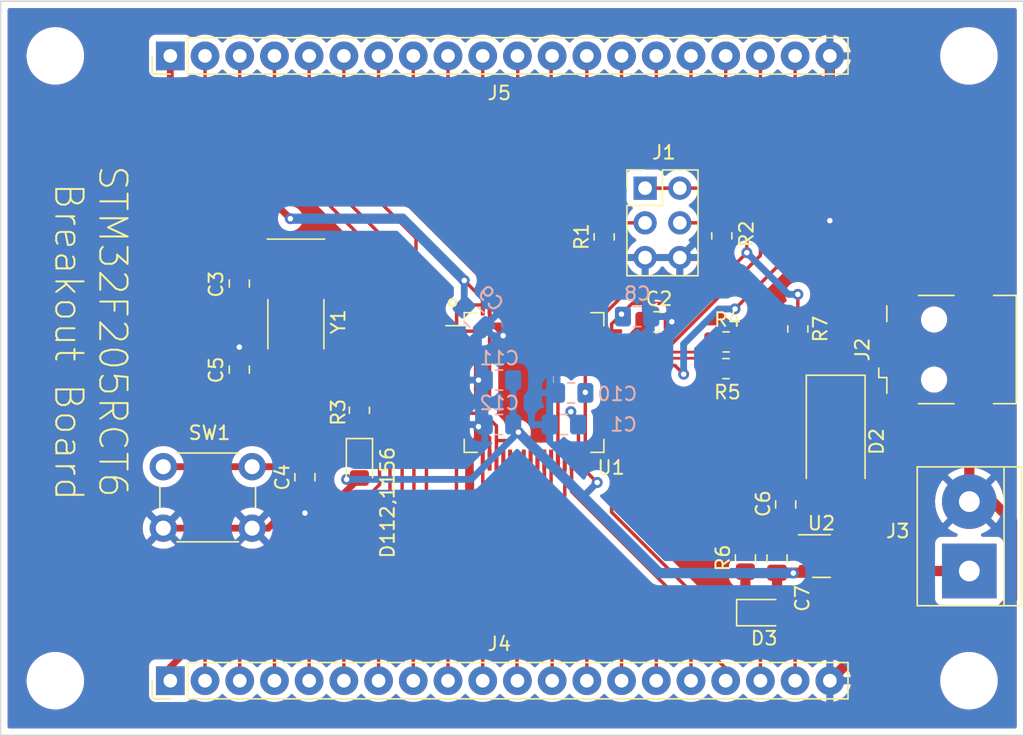
<source format=kicad_pcb>
(kicad_pcb (version 20211014) (generator pcbnew)
  (layers (0 "F.Cu" signal) (31 "B.Cu" signal) (34 "B.Paste" user) (35 "F.Paste" user) (36 "B.SilkS" user "B.Silkscreen") (37 "F.SilkS" user "F.Silkscreen") (38 "B.Mask" user) (39 "F.Mask" user) (44 "Edge.Cuts" user))
  (net 0 "")
  (net 1 "Net-(C1-Pad1)")
  (net 2 "GND")
  (net 3 "Net-(C2-Pad1)")
  (net 4 "Net-(C4-Pad2)")
  (net 5 "Net-(D1-Pad1)")
  (net 6 "+3V3")
  (net 7 "Net-(D2-Pad1)")
  (net 8 "+5V")
  (net 9 "Net-(J1-Pad3)")
  (net 10 "Net-(J1-Pad4)")
  (net 11 "Net-(J2-Pad2)")
  (net 12 "Net-(J2-Pad3)")
  (net 13 "/BOOT0")
  (net 14 "/BOOT1")
  (net 15 "Net-(D3-Pad1)")
  (net 16 "/USB_D+")
  (net 17 "/USB_D-")
  (net 18 "/PH0")
  (net 19 "/PH1")
  (net 20 "/PC13")
  (net 21 "/PC14")
  (net 22 "/PC15")
  (net 23 "/PC0")
  (net 24 "/PC1")
  (net 25 "/PC2")
  (net 26 "/PA0")
  (net 27 "/PA1")
  (net 28 "/PA2")
  (net 29 "/PA3")
  (net 30 "/PA4")
  (net 31 "/PA5")
  (net 32 "/PA6")
  (net 33 "/PA7")
  (net 34 "/PC4")
  (net 35 "/PC5")
  (net 36 "/PB0")
  (net 37 "/PB1")
  (net 38 "/PB10")
  (net 39 "/PB11")
  (net 40 "/PB12")
  (net 41 "/PB13")
  (net 42 "/PB14")
  (net 43 "/PB15")
  (net 44 "/PC6")
  (net 45 "/PC7")
  (net 46 "/PC8")
  (net 47 "/PC9")
  (net 48 "/PA8")
  (net 49 "/PA9")
  (net 50 "/PA10")
  (net 51 "/PA13")
  (net 52 "/PA14")
  (net 53 "/PA15")
  (net 54 "/PC10")
  (net 55 "/PC11")
  (net 56 "/PC12")
  (net 57 "/PD2")
  (net 58 "/PB2")
  (net 59 "/PB4")
  (net 60 "/PB5")
  (net 61 "/PB6")
  (net 62 "/PB7")
  (net 63 "/PB8")
  (net 64 "/PB9")
  (net 65 "/PC3")
  (footprint "Capacitor_SMD:C_0805_2012Metric_Pad1.18x1.45mm_HandSolder" (layer "F.Cu") (at 133.4124 115.4599 90)
    (fp_text reference "C4")
    (fp_text value "100nF" hide)
  )
  (footprint "Connector_PinHeader_2.54mm:PinHeader_1x20_P2.54mm_Vertical" (layer "F.Cu") (at 123.5622 84.6282 90)
    (fp_text reference "J5")
    (fp_text value "Header" hide)
  )
  (footprint "Crystal:Crystal_SMD_MicroCrystal_CC1V-T1A-2Pin_8.0x3.7mm_HandSoldering" (layer "F.Cu") (at 132.752 104.2617 -90)
    (fp_text reference "Y1")
    (fp_text value "8MHz" hide)
  )
  (footprint "LED_SMD:LED_0805_2012Metric_Pad1.15x1.40mm_HandSolder" (layer "F.Cu") (at 137.4002 114.4896 -90)
    (fp_text reference "D112,1156")
    (fp_text value "LED" hide)
  )
  (footprint "MountingHole:MountingHole_3.2mm_M3" (layer "F.Cu") (at 182.0026 84.6282)
    (fp_text reference "H2" hide)
    (fp_text value "MountingHole" hide)
  )
  (footprint "Connector_USB:USB_Mini-B_Wuerth_65100516121_Horizontal" (layer "F.Cu") (at 179.4536 106.1166 90)
    (fp_text reference "J2")
    (fp_text value "USB_B_Mini" hide)
  )
  (footprint "Connector_PinHeader_2.54mm:PinHeader_1x20_P2.54mm_Vertical" (layer "F.Cu") (at 123.5622 130.3482 90)
    (fp_text reference "J4")
    (fp_text value "Header" hide)
  )
  (footprint "Capacitor_SMD:C_0805_2012Metric_Pad1.18x1.45mm_HandSolder" (layer "F.Cu") (at 128.6118 107.5859 90)
    (fp_text reference "C5")
    (fp_text value "22pF" hide)
  )
  (footprint "Package_TO_SOT_SMD:SOT-23" (layer "F.Cu") (at 171.2076 121.2296)
    (fp_text reference "U2")
    (fp_text value "XC6206PxxxMR" hide)
  )
  (footprint "MountingHole:MountingHole_3.2mm_M3" (layer "F.Cu") (at 115.1498 84.6282)
    (fp_text reference "H1" hide)
    (fp_text value "MountingHole" hide)
  )
  (footprint "Diode_SMD:D_SMA-SMB_Universal_Handsoldering" (layer "F.Cu") (at 172.249 112.8476 -90)
    (fp_text reference "D2")
    (fp_text value "SS110-A" hide)
  )
  (footprint "Capacitor_SMD:C_0805_2012Metric_Pad1.18x1.45mm_HandSolder" (layer "F.Cu") (at 128.6118 101.2867 -90)
    (fp_text reference "C3")
    (fp_text value "22pF" hide)
  )
  (footprint "Package_QFP:LQFP-64_10x10mm_P0.5mm" (layer "F.Cu") (at 150.1764 108.5296)
    (fp_text reference "U1")
    (fp_text value "STM32F205RETx" hide)
  )
  (footprint "Capacitor_SMD:C_0805_2012Metric_Pad1.18x1.45mm_HandSolder" (layer "F.Cu") (at 167.9564 121.4074 90)
    (fp_text reference "C7")
    (fp_text value "1uF" hide)
  )
  (footprint "Resistor_SMD:R_0805_2012Metric_Pad1.20x1.40mm_HandSolder" (layer "F.Cu") (at 165.645 121.366 90)
    (fp_text reference "R6")
    (fp_text value "1K5" hide)
  )
  (footprint "Button_Switch_THT:SW_PUSH_6mm_H8mm" (layer "F.Cu") (at 129.5504 119.187 180)
    (fp_text reference "SW1")
    (fp_text value "Reset" hide)
  )
  (footprint "Capacitor_SMD:C_0805_2012Metric_Pad1.18x1.45mm_HandSolder" (layer "F.Cu") (at 168.5914 117.4489 -90)
    (fp_text reference "C6")
    (fp_text value "1uF" hide)
  )
  (footprint "Resistor_SMD:R_0805_2012Metric_Pad1.20x1.40mm_HandSolder" (layer "F.Cu") (at 163.9178 97.7948 -90)
    (fp_text reference "R2")
    (fp_text value "100K" hide)
  )
  (footprint "Resistor_SMD:R_0805_2012Metric_Pad1.20x1.40mm_HandSolder" (layer "F.Cu") (at 155.3072 97.871 90)
    (fp_text reference "R1")
    (fp_text value "100K" hide)
  )
  (footprint "MountingHole:MountingHole_3.2mm_M3" (layer "F.Cu") (at 115.1498 130.3482)
    (fp_text reference "H3" hide)
    (fp_text value "MountingHole" hide)
  )
  (footprint "Resistor_SMD:R_0805_2012Metric_Pad1.20x1.40mm_HandSolder" (layer "F.Cu") (at 137.4002 110.5616 90)
    (fp_text reference "R3")
    (fp_text value "1K5" hide)
  )
  (footprint "Resistor_SMD:R_0805_2012Metric_Pad1.20x1.40mm_HandSolder" (layer "F.Cu") (at 164.232 105.5578)
    (fp_text reference "R4")
    (fp_text value "22" hide)
  )
  (footprint "LED_SMD:LED_0805_2012Metric_Pad1.15x1.40mm_HandSolder" (layer "F.Cu") (at 166.8642 125.3698)
    (fp_text reference "D3")
    (fp_text value "Green" hide)
  )
  (footprint "TerminalBlock:TerminalBlock_bornier-2_P5.08mm" (layer "F.Cu") (at 182.028 122.3218 90)
    (fp_text reference "J3")
    (fp_text value "Power" hide)
  )
  (footprint "Connector_PinHeader_2.54mm:PinHeader_2x03_P2.54mm_Vertical" (layer "F.Cu") (at 158.3044 94.3056)
    (fp_text reference "J1")
    (fp_text value "Boot Configuration" hide)
  )
  (footprint "Resistor_SMD:R_0805_2012Metric_Pad1.20x1.40mm_HandSolder" (layer "F.Cu") (at 164.2226 107.5136)
    (fp_text reference "R5")
    (fp_text value "22" hide)
  )
  (footprint "Capacitor_SMD:C_0805_2012Metric_Pad1.18x1.45mm_HandSolder" (layer "F.Cu") (at 159.2149 104.0846)
    (fp_text reference "C2")
    (fp_text value "2u2F" hide)
  )
  (footprint "Resistor_SMD:R_0805_2012Metric_Pad1.20x1.40mm_HandSolder" (layer "F.Cu") (at 169.4804 104.6086 -90)
    (fp_text reference "R7")
    (fp_text value "1K5" hide)
  )
  (footprint "MountingHole:MountingHole_3.2mm_M3" (layer "F.Cu") (at 182.0026 130.3482)
    (fp_text reference "H4" hide)
    (fp_text value "MountingHole" hide)
  )
  (footprint "Capacitor_SMD:C_0805_2012Metric_Pad1.18x1.45mm_HandSolder" (layer "B.Cu") (at 152.3608 111.603 180)
    (fp_text reference "C1")
    (fp_text value "2u2F" hide)
  )
  (footprint "Capacitor_SMD:C_0805_2012Metric_Pad1.18x1.45mm_HandSolder" (layer "B.Cu") (at 145.779223 103.751423 -45)
    (fp_text reference "C9")
    (fp_text value "100nF" hide)
  )
  (footprint "Capacitor_SMD:C_0805_2012Metric_Pad1.18x1.45mm_HandSolder" (layer "B.Cu") (at 147.6149 111.603 180)
    (fp_text reference "C12")
    (fp_text value "100nF" hide)
  )
  (footprint "Capacitor_SMD:C_0805_2012Metric_Pad1.18x1.45mm_HandSolder" (layer "B.Cu") (at 152.8981 109.2916 180)
    (fp_text reference "C10")
    (fp_text value "100nF" hide)
  )
  (footprint "Capacitor_SMD:C_0805_2012Metric_Pad1.18x1.45mm_HandSolder" (layer "B.Cu") (at 157.7202 103.7036)
    (fp_text reference "C8")
    (fp_text value "100nF" hide)
  )
  (footprint "Capacitor_SMD:C_0805_2012Metric_Pad1.18x1.45mm_HandSolder" (layer "B.Cu") (at 147.6149 108.3518 180)
    (fp_text reference "C11")
    (fp_text value "100nF" hide)
  )
  (gr_circle (center 144.2074 102.6876) (end 144.3598 102.9162) (layer "F.SilkS") (width 0.15) (fill none))
  (gr_rect (start 111.1498 80.6282) (end 186.0026 134.3482) (layer "Edge.Cuts") (width 0.1) (fill none))
  (gr_text "STM32F205RCT6 \nBreakout Board" (at 117.7406 105.5578 270) (layer "F.SilkS") (effects (font (size 2 2))))
  (segment (start 153.4264 111.2208) (end 152.8688 110.6632) (width 0.25) (layer "F.Cu") (net 1))
  (segment (start 153.4264 114.2046) (end 153.4264 111.2208) (width 0.25) (layer "F.Cu") (net 1))
  (via (at 152.8688 110.6632) (size 0.8) (drill 0.4) (layers "F.Cu" "B.Cu") (net 1))
  (segment (start 152.8688 111.0735) (end 153.3983 111.603) (width 0.25) (layer "B.Cu") (net 1))
  (segment (start 152.8688 110.6632) (end 152.8688 111.0735) (width 0.25) (layer "B.Cu") (net 1))
  (segment (start 167.9525 120.366) (end 167.9564 120.3699) (width 0.25) (layer "F.Cu") (net 2))
  (segment (start 123.0504 119.187) (end 130.7228 119.187) (width 0.5) (layer "F.Cu") (net 2))
  (segment (start 130.7228 119.187) (end 133.4124 116.4974) (width 0.5) (layer "F.Cu") (net 2))
  (segment (start 176.8536 101.7166) (end 182.3536 101.7166) (width 0.75) (layer "F.Cu") (net 2))
  (segment (start 145.607 110.2796) (end 146.1124 109.7742) (width 0.25) (layer "F.Cu") (net 2))
  (segment (start 146.9264 112.5694) (end 146.1124 111.7554) (width 0.25) (layer "F.Cu") (net 2))
  (segment (start 185.1522 124.346622) (end 183.722622 125.7762) (width 0.75) (layer "F.Cu") (net 2))
  (segment (start 168.5914 118.4864) (end 168.5914 118.6009) (width 0.25) (layer "F.Cu") (net 2))
  (segment (start 182.028 117.2418) (end 183.7298 117.2418) (width 0.75) (layer "F.Cu") (net 2))
  (segment (start 176.3942 125.7762) (end 171.8222 130.3482) (width 0.75) (layer "F.Cu") (net 2))
  (segment (start 176.8536 105.3166) (end 176.8536 101.7166) (width 0.5) (layer "F.Cu") (net 2))
  (segment (start 165.645 120.366) (end 167.9525 120.366) (width 0.25) (layer "F.Cu") (net 2))
  (segment (start 146.9264 104.1112) (end 147.9158 105.1006) (width 0.25) (layer "F.Cu") (net 2))
  (segment (start 182.028 110.8422) (end 182.3536 110.5166) (width 0.25) (layer "F.Cu") (net 2))
  (segment (start 171.8222 96.6852) (end 176.8536 101.7166) (width 0.75) (layer "F.Cu") (net 2))
  (segment (start 168.5914 119.7349) (end 167.9564 120.3699) (width 0.75) (layer "F.Cu") (net 2))
  (segment (start 168.5914 118.6009) (end 168.5914 120.2796) (width 0.75) (layer "F.Cu") (net 2))
  (segment (start 174.5604 112.8476) (end 167.7532 112.8476) (width 0.75) (layer "F.Cu") (net 2))
  (segment (start 183.722622 125.7762) (end 176.3942 125.7762) (width 0.75) (layer "F.Cu") (net 2))
  (segment (start 167.7532 112.8476) (end 166.3816 114.2192) (width 0.75) (layer "F.Cu") (net 2))
  (segment (start 133.4124 116.4974) (end 133.4124 118.08) (width 0.25) (layer "F.Cu") (net 2))
  (segment (start 146.9264 114.2046) (end 146.9264 112.5694) (width 0.25) (layer "F.Cu") (net 2))
  (segment (start 176.8464 110.5616) (end 174.5604 112.8476) (width 0.75) (layer "F.Cu") (net 2))
  (segment (start 166.3816 114.2192) (end 166.3816 120.3406) (width 0.75) (layer "F.Cu") (net 2))
  (segment (start 144.5014 110.2796) (end 145.607 110.2796) (width 0.25) (layer "F.Cu") (net 2))
  (segment (start 168.5914 118.4864) (end 168.5914 119.7349) (width 0.75) (layer "F.Cu") (net 2))
  (segment (start 183.7298 117.2418) (end 185.1522 118.6642) (width 0.75) (layer "F.Cu") (net 2))
  (segment (start 158.3044 99.3856) (end 160.8444 99.3856) (width 0.25) (layer "F.Cu") (net 2))
  (segment (start 182.028 117.2418) (end 182.028 110.8422) (width 0.75) (layer "F.Cu") (net 2))
  (segment (start 128.6118 105.9388) (end 128.6118 106.5484) (width 0.25) (layer "F.Cu") (net 2))
  (segment (start 182.3536 101.7166) (end 182.3536 110.5166) (width 0.75) (layer "F.Cu") (net 2))
  (segment (start 176.8536 110.5166) (end 176.8464 110.5238) (width 0.25) (layer "F.Cu") (net 2))
  (segment (start 176.8536 110.5166) (end 182.3536 110.5166) (width 0.75) (layer "F.Cu") (net 2))
  (segment (start 128.6118 102.3242) (end 128.6118 102.3574) (width 0.25) (layer "F.Cu") (net 2))
  (segment (start 176.8464 110.5238) (end 176.8464 110.5616) (width 0.25) (layer "F.Cu") (net 2))
  (segment (start 171.8222 84.6282) (end 171.8222 96.6852) (width 0.75) (layer "F.Cu") (net 2))
  (segment (start 168.5914 120.2796) (end 170.2701 120.2796) (width 0.75) (layer "F.Cu") (net 2))
  (segment (start 166.4109 120.3699) (end 167.9564 120.3699) (width 0.75) (layer "F.Cu") (net 2))
  (segment (start 146.9264 102.8546) (end 146.9264 104.1112) (width 0.25) (layer "F.Cu") (net 2))
  (segment (start 146.1124 109.7742) (end 146.1124 108.3518) (width 0.25) (layer "F.Cu") (net 2))
  (segment (start 166.3816 120.3406) (end 166.4109 120.3699) (width 0.25) (layer "F.Cu") (net 2))
  (segment (start 128.6118 102.3574) (end 128.6118 106.5484) (width 0.5) (layer "F.Cu") (net 2))
  (segment (start 185.1522 118.6642) (end 185.1522 124.346622) (width 0.75) (layer "F.Cu") (net 2))
  (via (at 146.1124 111.7554) (size 0.8) (drill 0.4) (layers "F.Cu" "B.Cu") (net 2))
  (via (at 146.1124 108.3518) (size 0.8) (drill 0.4) (layers "F.Cu" "B.Cu") (net 2))
  (via (at 147.9158 105.1006) (size 0.8) (drill 0.4) (layers "F.Cu" "B.Cu") (net 2))
  (via (at 160.2602 104.0846) (size 0.8) (drill 0.4) (layers "F.Cu" "B.Cu") (net 2))
  (via (at 133.4124 118.08) (size 0.8) (drill 0.4) (layers "F.Cu" "B.Cu") (net 2))
  (via (at 171.8222 96.6852) (size 0.8) (drill 0.4) (layers "F.Cu" "B.Cu") (net 2))
  (via (at 128.6118 105.9388) (size 0.8) (drill 0.4) (layers "F.Cu" "B.Cu") (net 2))
  (segment (start 133.4124 105.9642) (end 133.4378 105.9388) (width 0.25) (layer "B.Cu") (net 2))
  (segment (start 146.087 106.7008) (end 156.501 106.7008) (width 0.5) (layer "B.Cu") (net 2))
  (segment (start 146.1124 104.885492) (end 146.512846 104.485046) (width 0.25) (layer "B.Cu") (net 2))
  (segment (start 158.7577 104.4441) (end 158.7577 103.7036) (width 0.5) (layer "B.Cu") (net 2))
  (segment (start 133.4124 118.08) (end 133.4124 105.9642) (width 0.5) (layer "B.Cu") (net 2))
  (segment (start 147.1284 105.1006) (end 146.512846 104.485046) (width 0.5) (layer "B.Cu") (net 2))
  (segment (start 147.9158 105.1006) (end 147.1284 105.1006) (width 0.5) (layer "B.Cu") (net 2))
  (segment (start 128.6118 105.9388) (end 133.4378 105.9388) (width 0.5) (layer "B.Cu") (net 2))
  (segment (start 151.3233 106.7008) (end 151.3233 111.603) (width 0.5) (layer "B.Cu") (net 2))
  (segment (start 146.1124 111.7554) (end 146.425 111.7554) (width 0.25) (layer "B.Cu") (net 2))
  (segment (start 146.1124 106.8278) (end 146.1124 104.885492) (width 0.5) (layer "B.Cu") (net 2))
  (segment (start 133.4378 105.9388) (end 146.1124 105.9388) (width 0.5) (layer "B.Cu") (net 2))
  (segment (start 158.3044 99.3856) (end 158.3044 103.2503) (width 0.5) (layer "B.Cu") (net 2))
  (segment (start 158.3044 103.2503) (end 158.7577 103.7036) (width 0.25) (layer "B.Cu") (net 2))
  (segment (start 160.8444 99.3856) (end 163.5622 96.6678) (width 0.5) (layer "B.Cu") (net 2))
  (segment (start 159.8792 103.7036) (end 160.2602 104.0846) (width 0.5) (layer "B.Cu") (net 2))
  (segment (start 158.7577 103.7036) (end 159.8792 103.7036) (width 0.5) (layer "B.Cu") (net 2))
  (segment (start 146.425 111.7554) (end 146.5774 111.603) (width 0.25) (layer "B.Cu") (net 2))
  (segment (start 146.1124 108.3518) (end 146.5774 108.3518) (width 0.25) (layer "B.Cu") (net 2))
  (segment (start 146.1124 108.3518) (end 146.1124 111.7554) (width 0.5) (layer "B.Cu") (net 2))
  (segment (start 146.1124 108.3518) (end 146.1124 106.8278) (width 0.5) (layer "B.Cu") (net 2))
  (segment (start 146.1124 105.9388) (end 146.1124 108.3518) (width 0.25) (layer "B.Cu") (net 2))
  (segment (start 156.501 106.7008) (end 158.7577 104.4441) (width 0.5) (layer "B.Cu") (net 2))
  (segment (start 163.5622 96.6678) (end 171.7918 96.6678) (width 0.5) (layer "B.Cu") (net 2))
  (segment (start 155.8514 105.2796) (end 156.9824 105.2796) (width 0.25) (layer "F.Cu") (net 3))
  (segment (start 156.9824 105.2796) (end 158.1774 104.0846) (width 0.25) (layer "F.Cu") (net 3))
  (segment (start 133.4632 114.4732) (end 133.2494 114.687) (width 0.5) (layer "F.Cu") (net 4))
  (segment (start 133.4632 114.4732) (end 135.8762 112.0602) (width 0.25) (layer "F.Cu") (net 4))
  (segment (start 137.0834 107.7796) (end 144.5014 107.7796) (width 0.25) (layer "F.Cu") (net 4))
  (segment (start 135.8762 112.0602) (end 135.8762 108.9868) (width 0.25) (layer "F.Cu") (net 4))
  (segment (start 135.8762 108.9868) (end 137.0834 107.7796) (width 0.25) (layer "F.Cu") (net 4))
  (segment (start 133.2494 114.687) (end 129.5504 114.687) (width 0.5) (layer "F.Cu") (net 4))
  (segment (start 123.0504 114.687) (end 129.5504 114.687) (width 0.5) (layer "F.Cu") (net 4))
  (segment (start 137.4002 111.5616) (end 137.4002 113.4646) (width 0.25) (layer "F.Cu") (net 5))
  (segment (start 153.9264 109.25) (end 153.9264 114.2046) (width 0.25) (layer "F.Cu") (net 6))
  (segment (start 167.9564 122.4449) (end 167.9564 125.3026) (width 0.75) (layer "F.Cu") (net 6))
  (segment (start 146.9252 110.3584) (end 146.9252 105.0244) (width 0.25) (layer "F.Cu") (net 6))
  (segment (start 165.7466 95.7026) (end 164.3496 94.3056) (width 0.25) (layer "F.Cu") (net 6))
  (segment (start 169.4804 103.6086) (end 169.4804 102.078) (width 0.25) (layer "F.Cu") (net 6))
  (segment (start 157.3646 102.7384) (end 162.0382 102.7384) (width 0.25) (layer "F.Cu") (net 6))
  (segment (start 146.4264 102.8546) (end 146.4264 102.4174) (width 0.25) (layer "F.Cu") (net 6))
  (segment (start 155.8514 104.2516) (end 156.5772 103.5258) (width 0.25) (layer "F.Cu") (net 6))
  (segment (start 146.9252 105.0244) (end 146.6712 104.7704) (width 0.25) (layer "F.Cu") (net 6))
  (segment (start 123.5622 130.3482) (end 123.5622 129.3526) (width 0.5) (layer "F.Cu") (net 6))
  (segment (start 123.5622 84.6282) (end 123.5622 87.7574) (width 0.5) (layer "F.Cu") (net 6))
  (segment (start 156.5772 103.5258) (end 157.3646 102.7384) (width 0.25) (layer "F.Cu") (net 6))
  (segment (start 147.4264 111.702) (end 146.504 110.7796) (width 0.25) (layer "F.Cu") (net 6))
  (segment (start 153.9264 114.972) (end 154.7992 115.8448) (width 0.25) (layer "F.Cu") (net 6))
  (segment (start 153.9264 105.550697) (end 153.9264 109.25) (width 0.25) (layer "F.Cu") (net 6))
  (segment (start 155.8514 104.7796) (end 155.8514 104.2516) (width 0.25) (layer "F.Cu") (net 6))
  (segment (start 153.9264 114.2046) (end 153.9264 114.972) (width 0.25) (layer "F.Cu") (net 6))
  (segment (start 145.0564 102.8546) (end 146.4264 102.8546) (width 0.25) (layer "F.Cu") (net 6))
  (segment (start 164.3496 94.3056) (end 158.3044 94.3056) (width 0.25) (layer "F.Cu") (net 6))
  (segment (start 144.5122 104.7688) (end 144.5122 103.3988) (width 0.25) (layer "F.Cu") (net 6))
  (segment (start 144.5014 104.7796) (end 144.5122 104.7688) (width 0.25) (layer "F.Cu") (net 6))
  (segment (start 144.5106 104.7704) (end 144.5014 104.7796) (width 0.25) (layer "F.Cu") (net 6))
  (segment (start 170.0048 122.4449) (end 170.2701 122.1796) (width 0.25) (layer "F.Cu") (net 6))
  (segment (start 144.5014 110.7796) (end 146.504 110.7796) (width 0.25) (layer "F.Cu") (net 6))
  (segment (start 147.4264 114.2046) (end 147.4264 112.7782) (width 0.25) (layer "F.Cu") (net 6))
  (segment (start 123.5622 129.3526) (end 137.4002 115.5146) (width 0.5) (layer "F.Cu") (net 6))
  (segment (start 146.6712 104.7704) (end 144.5106 104.7704) (width 0.25) (layer "F.Cu") (net 6))
  (segment (start 167.9564 122.4449) (end 170.0048 122.4449) (width 0.75) (layer "F.Cu") (net 6))
  (segment (start 165.7466 99.03) (end 165.7466 95.7026) (width 0.25) (layer "F.Cu") (net 6))
  (segment (start 146.504 110.7796) (end 146.9252 110.3584) (width 0.25) (layer "F.Cu") (net 6))
  (segment (start 158.3044 94.3056) (end 160.8444 94.3056) (width 0.25) (layer "F.Cu") (net 6))
  (segment (start 154.697497 104.7796) (end 153.9264 105.550697) (width 0.25) (layer "F.Cu") (net 6))
  (segment (start 123.5622 87.7574) (end 132.3456 96.5408) (width 0.5) (layer "F.Cu") (net 6))
  (segment (start 144.5122 103.3988) (end 145.0564 102.8546) (width 0.25) (layer "F.Cu") (net 6))
  (segment (start 147.4264 112.7782) (end 148.417 112.7782) (width 0.25) (layer "F.Cu") (net 6))
  (segment (start 167.9564 125.3026) (end 167.8892 125.3698) (width 0.25) (layer "F.Cu") (net 6))
  (segment (start 146.4264 102.4174) (end 145.071 101.062) (width 0.25) (layer "F.Cu") (net 6))
  (segment (start 148.417 112.7782) (end 149.0334 112.1618) (width 0.25) (layer "F.Cu") (net 6))
  (segment (start 162.0382 102.7384) (end 165.7466 99.03) (width 0.25) (layer "F.Cu") (net 6))
  (segment (start 155.8514 104.7796) (end 154.697497 104.7796) (width 0.25) (layer "F.Cu") (net 6))
  (segment (start 147.4264 112.7782) (end 147.4264 111.702) (width 0.25) (layer "F.Cu") (net 6))
  (via (at 169.4804 102.078) (size 0.8) (drill 0.4) (layers "F.Cu" "B.Cu") (net 6))
  (via (at 132.3456 96.5408) (size 0.8) (drill 0.4) (layers "F.Cu" "B.Cu") (net 6))
  (via (at 154.7992 115.8448) (size 0.8) (drill 0.4) (layers "F.Cu" "B.Cu") (net 6))
  (via (at 156.5772 103.5258) (size 0.8) (drill 0.4) (layers "F.Cu" "B.Cu") (net 6))
  (via (at 136.4604 115.6162) (size 0.8) (drill 0.4) (layers "F.Cu" "B.Cu") (net 6))
  (via (at 153.9264 109.25) (size 0.8) (drill 0.4) (layers "F.Cu" "B.Cu") (net 6))
  (via (at 149.0334 112.1618) (size 0.8) (drill 0.4) (layers "F.Cu" "B.Cu") (net 6))
  (via (at 169.1502 122.4742) (size 0.8) (drill 0.4) (layers "F.Cu" "B.Cu") (net 6))
  (via (at 145.071 101.062) (size 0.8) (drill 0.4) (layers "F.Cu" "B.Cu") (net 6))
  (via (at 165.7466 99.03) (size 0.8) (drill 0.4) (layers "F.Cu" "B.Cu") (net 6))
  (segment (start 153.7197 116.8481) (end 159.3458 122.4742) (width 0.75) (layer "B.Cu") (net 6))
  (segment (start 168.7946 102.078) (end 169.4804 102.078) (width 0.5) (layer "B.Cu") (net 6))
  (segment (start 148.6524 108.3518) (end 148.6524 111.603) (width 0.5) (layer "B.Cu") (net 6))
  (segment (start 154.7992 115.8448) (end 153.7959 116.8481) (width 0.5) (layer "B.Cu") (net 6))
  (segment (start 145.071 101.062) (end 145.071 102.9924) (width 0.5) (layer "B.Cu") (net 6))
  (segment (start 153.7959 116.8481) (end 153.7197 116.8481) (width 0.25) (layer "B.Cu") (net 6))
  (segment (start 149.0334 111.984) (end 148.6524 111.603) (width 0.25) (layer "B.Cu") (net 6))
  (segment (start 132.3456 96.5408) (end 140.5498 96.5408) (width 0.75) (layer "B.Cu") (net 6))
  (segment (start 145.579 115.6162) (end 136.4604 115.6162) (width 0.5) (layer "B.Cu") (net 6))
  (segment (start 149.0334 112.1618) (end 145.579 115.6162) (width 0.5) (layer "B.Cu") (net 6))
  (segment (start 159.3458 122.4742) (end 169.1502 122.4742) (width 0.75) (layer "B.Cu") (net 6))
  (segment (start 165.7466 99.03) (end 168.7946 102.078) (width 0.5) (layer "B.Cu") (net 6))
  (segment (start 149.0334 112.1618) (end 153.7197 116.8481) (width 0.75) (layer "B.Cu") (net 6))
  (segment (start 149.0334 112.1618) (end 149.0334 111.984) (width 0.25) (layer "B.Cu") (net 6))
  (segment (start 140.5498 96.5408) (end 145.071 101.062) (width 0.75) (layer "B.Cu") (net 6))
  (segment (start 145.071 102.9924) (end 145.0456 103.0178) (width 0.25) (layer "B.Cu") (net 6))
  (segment (start 174.48 107.7166) (end 176.8536 107.7166) (width 0.5) (layer "F.Cu") (net 7))
  (segment (start 172.249 109.9476) (end 174.48 107.7166) (width 0.75) (layer "F.Cu") (net 7))
  (segment (start 172.249 115.7476) (end 172.249 121.1257) (width 0.75) (layer "F.Cu") (net 8))
  (segment (start 171.381 115.7476) (end 172.249 115.7476) (width 0.75) (layer "F.Cu") (net 8))
  (segment (start 170.6996 116.429) (end 171.381 115.7476) (width 0.75) (layer "F.Cu") (net 8))
  (segment (start 168.609 116.429) (end 170.6996 116.429) (width 0.75) (layer "F.Cu") (net 8))
  (segment (start 172.1451 121.2296) (end 176.6178 121.2296) (width 0.75) (layer "F.Cu") (net 8))
  (segment (start 172.249 121.1257) (end 172.1451 121.2296) (width 0.25) (layer "F.Cu") (net 8))
  (segment (start 176.6178 121.2296) (end 177.71 122.3218) (width 0.75) (layer "F.Cu") (net 8))
  (segment (start 168.5914 116.4114) (end 168.609 116.429) (width 0.25) (layer "F.Cu") (net 8))
  (segment (start 177.71 122.3218) (end 182.028 122.3218) (width 0.75) (layer "F.Cu") (net 8))
  (segment (start 155.3072 96.871) (end 155.3326 96.8456) (width 0.25) (layer "F.Cu") (net 9))
  (segment (start 155.3326 96.8456) (end 158.3044 96.8456) (width 0.25) (layer "F.Cu") (net 9))
  (segment (start 163.867 96.8456) (end 163.9178 96.7948) (width 0.25) (layer "F.Cu") (net 10))
  (segment (start 160.8444 96.8456) (end 163.867 96.8456) (width 0.25) (layer "F.Cu") (net 10))
  (segment (start 165.8196 106.9166) (end 165.2226 107.5136) (width 0.25) (layer "F.Cu") (net 11))
  (segment (start 176.8536 106.9166) (end 165.8196 106.9166) (width 0.4) (layer "F.Cu") (net 11))
  (segment (start 176.8536 106.1166) (end 165.7908 106.1166) (width 0.4) (layer "F.Cu") (net 12))
  (segment (start 165.7908 106.1166) (end 165.232 105.5578) (width 0.25) (layer "F.Cu") (net 12))
  (segment (start 148.4492 104.3386) (end 149.008 104.8974) (width 0.25) (layer "F.Cu") (net 13))
  (segment (start 155.3072 102.8908) (end 155.3072 98.871) (width 0.25) (layer "F.Cu") (net 13))
  (segment (start 148.4264 102.8546) (end 148.4492 102.8774) (width 0.25) (layer "F.Cu") (net 13))
  (segment (start 149.008 104.8974) (end 153.3006 104.8974) (width 0.25) (layer "F.Cu") (net 13))
  (segment (start 153.3006 104.8974) (end 155.3072 102.8908) (width 0.25) (layer "F.Cu") (net 13))
  (segment (start 148.4492 102.8774) (end 148.4492 104.3386) (width 0.25) (layer "F.Cu") (net 13))
  (segment (start 151.9264 106.907318) (end 156.806518 102.0272) (width 0.25) (layer "F.Cu") (net 14))
  (segment (start 163.9178 99.9952) (end 163.9178 98.7948) (width 0.25) (layer "F.Cu") (net 14))
  (segment (start 151.9264 114.2046) (end 151.9264 106.907318) (width 0.25) (layer "F.Cu") (net 14))
  (segment (start 161.8858 102.0272) (end 163.9178 99.9952) (width 0.25) (layer "F.Cu") (net 14))
  (segment (start 156.806518 102.0272) (end 161.8858 102.0272) (width 0.25) (layer "F.Cu") (net 14))
  (segment (start 165.645 122.366) (end 165.645 125.1756) (width 0.75) (layer "F.Cu") (net 15))
  (segment (start 165.645 125.1756) (end 165.8392 125.3698) (width 0.25) (layer "F.Cu") (net 15))
  (segment (start 155.876399 106.304599) (end 162.4852 106.3046) (width 0.2) (layer "F.Cu") (net 16))
  (segment (start 162.4852 106.3046) (end 163.232 105.5578) (width 0.2) (layer "F.Cu") (net 16))
  (segment (start 155.8514 106.2796) (end 155.876399 106.304599) (width 0.2) (layer "F.Cu") (net 16))
  (segment (start 162.4636 106.7546) (end 163.2226 107.5136) (width 0.2) (layer "F.Cu") (net 17))
  (segment (start 155.876399 106.754601) (end 162.4636 106.7546) (width 0.2) (layer "F.Cu") (net 17))
  (segment (start 155.8514 106.7796) (end 155.876399 106.754601) (width 0.2) (layer "F.Cu") (net 17))
  (segment (start 144.5014 106.7796) (end 139.2824 106.7796) (width 0.25) (layer "F.Cu") (net 18))
  (segment (start 139.2824 106.7796) (end 132.752 100.2492) (width 0.25) (layer "F.Cu") (net 18))
  (segment (start 128.6118 100.2492) (end 132.752 100.2492) (width 0.25) (layer "F.Cu") (net 18))
  (segment (start 144.5014 107.2796) (end 133.7466 107.2796) (width 0.25) (layer "F.Cu") (net 19))
  (segment (start 128.961 108.2742) (end 132.752 108.2742) (width 0.25) (layer "F.Cu") (net 19))
  (segment (start 133.7466 107.2796) (end 132.752 108.2742) (width 0.25) (layer "F.Cu") (net 19))
  (segment (start 128.6118 108.6234) (end 128.961 108.2742) (width 0.25) (layer "F.Cu") (net 19))
  (segment (start 144.5014 105.2796) (end 142.964 105.2796) (width 0.25) (layer "F.Cu") (net 20))
  (segment (start 141.5404 103.856) (end 141.5404 97.9632) (width 0.25) (layer "F.Cu") (net 20))
  (segment (start 142.964 105.2796) (end 141.5404 103.856) (width 0.25) (layer "F.Cu") (net 20))
  (segment (start 141.5404 97.9632) (end 131.1822 87.605) (width 0.25) (layer "F.Cu") (net 20))
  (segment (start 131.1822 87.605) (end 131.1822 84.6282) (width 0.25) (layer "F.Cu") (net 20))
  (segment (start 139.864 98.6236) (end 139.864 102.9924) (width 0.25) (layer "F.Cu") (net 21))
  (segment (start 142.6512 105.7796) (end 144.5014 105.7796) (width 0.25) (layer "F.Cu") (net 21))
  (segment (start 128.6422 84.6282) (end 128.6422 87.4018) (width 0.25) (layer "F.Cu") (net 21))
  (segment (start 128.6422 87.4018) (end 139.864 98.6236) (width 0.25) (layer "F.Cu") (net 21))
  (segment (start 139.864 102.9924) (end 142.6512 105.7796) (width 0.25) (layer "F.Cu") (net 21))
  (segment (start 144.5014 106.2796) (end 142.3384 106.2796) (width 0.25) (layer "F.Cu") (net 22))
  (segment (start 126.1022 86.462) (end 126.1022 84.6282) (width 0.25) (layer "F.Cu") (net 22))
  (segment (start 142.3384 106.2796) (end 138.721 102.6622) (width 0.25) (layer "F.Cu") (net 22))
  (segment (start 138.721 102.6622) (end 138.721 99.0808) (width 0.25) (layer "F.Cu") (net 22))
  (segment (start 138.721 99.0808) (end 126.1022 86.462) (width 0.25) (layer "F.Cu") (net 22))
  (segment (start 144.5014 108.2796) (end 138.6822 108.2796) (width 0.25) (layer "F.Cu") (net 23))
  (segment (start 138.6822 108.2796) (end 137.4002 109.5616) (width 0.25) (layer "F.Cu") (net 23))
  (segment (start 139.5124 108.7796) (end 138.8734 109.4186) (width 0.25) (layer "F.Cu") (net 24))
  (segment (start 144.5014 108.7796) (end 139.5124 108.7796) (width 0.25) (layer "F.Cu") (net 24))
  (segment (start 138.8734 115.9972) (end 126.1022 128.7684) (width 0.25) (layer "F.Cu") (net 24))
  (segment (start 126.1022 128.7684) (end 126.1022 130.3482) (width 0.25) (layer "F.Cu") (net 24))
  (segment (start 138.8734 109.4186) (end 138.8734 115.9972) (width 0.25) (layer "F.Cu") (net 24))
  (segment (start 140.892 109.2796) (end 139.6354 110.5362) (width 0.25) (layer "F.Cu") (net 25))
  (segment (start 139.6354 117.1402) (end 128.6422 128.1334) (width 0.25) (layer "F.Cu") (net 25))
  (segment (start 139.6354 110.5362) (end 139.6354 117.1402) (width 0.25) (layer "F.Cu") (net 25))
  (segment (start 128.6422 128.1334) (end 128.6422 130.3482) (width 0.25) (layer "F.Cu") (net 25))
  (segment (start 144.5014 109.2796) (end 140.892 109.2796) (width 0.25) (layer "F.Cu") (net 25))
  (segment (start 141.388 112.2126) (end 141.388 119.731) (width 0.25) (layer "F.Cu") (net 26))
  (segment (start 133.7222 127.3968) (end 133.7222 130.3482) (width 0.25) (layer "F.Cu") (net 26))
  (segment (start 141.388 119.731) (end 133.7222 127.3968) (width 0.25) (layer "F.Cu") (net 26))
  (segment (start 142.321 111.2796) (end 141.388 112.2126) (width 0.25) (layer "F.Cu") (net 26))
  (segment (start 144.5014 111.2796) (end 142.321 111.2796) (width 0.25) (layer "F.Cu") (net 26))
  (segment (start 143.661394 111.7796) (end 143.660194 111.7808) (width 0.25) (layer "F.Cu") (net 27))
  (segment (start 142.3024 112.6698) (end 142.3024 121.1788) (width 0.25) (layer "F.Cu") (net 27))
  (segment (start 143.1914 111.7808) (end 142.3024 112.6698) (width 0.25) (layer "F.Cu") (net 27))
  (segment (start 144.5014 111.7796) (end 143.661394 111.7796) (width 0.25) (layer "F.Cu") (net 27))
  (segment (start 142.3024 121.1788) (end 136.2622 127.219) (width 0.25) (layer "F.Cu") (net 27))
  (segment (start 136.2622 127.219) (end 136.2622 130.3482) (width 0.25) (layer "F.Cu") (net 27))
  (segment (start 143.660194 111.7808) (end 143.1914 111.7808) (width 0.25) (layer "F.Cu") (net 27))
  (segment (start 144.5014 121.342) (end 138.8022 127.0412) (width 0.25) (layer "F.Cu") (net 28))
  (segment (start 144.5014 112.2796) (end 144.5014 121.342) (width 0.25) (layer "F.Cu") (net 28))
  (segment (start 138.8022 127.0412) (end 138.8022 130.3482) (width 0.25) (layer "F.Cu") (net 28))
  (segment (start 146.4264 114.2046) (end 146.4264 122.1602) (width 0.25) (layer "F.Cu") (net 29))
  (segment (start 146.4264 122.1602) (end 141.3422 127.2444) (width 0.25) (layer "F.Cu") (net 29))
  (segment (start 141.3422 127.2444) (end 141.3422 130.3482) (width 0.25) (layer "F.Cu") (net 29))
  (segment (start 147.9264 114.2046) (end 147.9264 123.2256) (width 0.25) (layer "F.Cu") (net 30))
  (segment (start 143.8822 127.2698) (end 143.8822 130.3482) (width 0.25) (layer "F.Cu") (net 30))
  (segment (start 147.9264 123.2256) (end 143.8822 127.2698) (width 0.25) (layer "F.Cu") (net 30))
  (segment (start 148.4264 124.8084) (end 146.4222 126.8126) (width 0.25) (layer "F.Cu") (net 31))
  (segment (start 146.4222 126.8126) (end 146.4222 130.3482) (width 0.25) (layer "F.Cu") (net 31))
  (segment (start 148.4264 114.2046) (end 148.4264 124.8084) (width 0.25) (layer "F.Cu") (net 31))
  (segment (start 148.9264 130.3124) (end 148.9622 130.3482) (width 0.25) (layer "F.Cu") (net 32))
  (segment (start 148.9264 114.2046) (end 148.9264 130.3124) (width 0.25) (layer "F.Cu") (net 32))
  (segment (start 149.4264 114.2046) (end 149.4264 124.8484) (width 0.25) (layer "F.Cu") (net 33))
  (segment (start 151.5022 126.9242) (end 151.5022 130.3482) (width 0.25) (layer "F.Cu") (net 33))
  (segment (start 149.4264 124.8484) (end 151.5022 126.9242) (width 0.25) (layer "F.Cu") (net 33))
  (segment (start 149.9264 123.3164) (end 154.0422 127.4322) (width 0.25) (layer "F.Cu") (net 34))
  (segment (start 149.9264 114.2046) (end 149.9264 123.3164) (width 0.25) (layer "F.Cu") (net 34))
  (segment (start 154.0422 127.4322) (end 154.0422 130.3482) (width 0.25) (layer "F.Cu") (net 34))
  (segment (start 156.5822 127.6354) (end 156.5822 130.3482) (width 0.25) (layer "F.Cu") (net 35))
  (segment (start 150.4264 114.2046) (end 150.4264 121.4796) (width 0.25) (layer "F.Cu") (net 35))
  (segment (start 150.4264 121.4796) (end 156.5822 127.6354) (width 0.25) (layer "F.Cu") (net 35))
  (segment (start 150.9264 115.044606) (end 150.9384 115.056606) (width 0.25) (layer "F.Cu") (net 36))
  (segment (start 150.9384 120.0358) (end 159.1222 128.2196) (width 0.25) (layer "F.Cu") (net 36))
  (segment (start 159.1222 128.2196) (end 159.1222 130.3482) (width 0.25) (layer "F.Cu") (net 36))
  (segment (start 150.9264 114.2046) (end 150.9264 115.044606) (width 0.25) (layer "F.Cu") (net 36))
  (segment (start 150.9384 115.056606) (end 150.9384 120.0358) (width 0.25) (layer "F.Cu") (net 36))
  (segment (start 151.4264 118.4918) (end 161.6622 128.7276) (width 0.25) (layer "F.Cu") (net 37))
  (segment (start 151.4264 114.2046) (end 151.4264 118.4918) (width 0.25) (layer "F.Cu") (net 37))
  (segment (start 161.6622 128.7276) (end 161.6622 130.3482) (width 0.25) (layer "F.Cu") (net 37))
  (segment (start 164.2022 129.4388) (end 164.2022 130.3482) (width 0.25) (layer "F.Cu") (net 38))
  (segment (start 152.4264 114.2046) (end 152.4264 117.663) (width 0.25) (layer "F.Cu") (net 38))
  (segment (start 152.4264 117.663) (end 164.2022 129.4388) (width 0.25) (layer "F.Cu") (net 38))
  (segment (start 164.08792 127.67352) (end 166.01832 127.67352) (width 0.25) (layer "F.Cu") (net 39))
  (segment (start 166.7422 128.3974) (end 166.7422 130.3482) (width 0.25) (layer "F.Cu") (net 39))
  (segment (start 166.01832 127.67352) (end 166.7422 128.3974) (width 0.25) (layer "F.Cu") (net 39))
  (segment (start 152.9264 114.2046) (end 152.9264 116.512) (width 0.25) (layer "F.Cu") (net 39))
  (segment (start 152.9264 116.512) (end 164.08792 127.67352) (width 0.25) (layer "F.Cu") (net 39))
  (segment (start 167.8294 126.8938) (end 169.2822 128.3466) (width 0.25) (layer "F.Cu") (net 40))
  (segment (start 155.8514 118.0146) (end 164.7306 126.8938) (width 0.25) (layer "F.Cu") (net 40))
  (segment (start 164.7306 126.8938) (end 167.8294 126.8938) (width 0.25) (layer "F.Cu") (net 40))
  (segment (start 169.2822 128.3466) (end 169.2822 130.3482) (width 0.25) (layer "F.Cu") (net 40))
  (segment (start 155.8514 112.2796) (end 155.8514 118.0146) (width 0.25) (layer "F.Cu") (net 40))
  (segment (start 155.8514 107.2796) (end 160.4834 107.2796) (width 0.25) (layer "F.Cu") (net 50))
  (segment (start 169.2822 84.6282) (end 169.2822 98.7456) (width 0.25) (layer "F.Cu") (net 50))
  (segment (start 169.2822 98.7456) (end 164.883 103.1448) (width 0.25) (layer "F.Cu") (net 50))
  (segment (start 160.4834 107.2796) (end 161.1238 107.92) (width 0.25) (layer "F.Cu") (net 50))
  (via (at 164.883 103.1448) (size 0.8) (drill 0.4) (layers "F.Cu" "B.Cu") (net 50))
  (via (at 161.1238 107.92) (size 0.8) (drill 0.4) (layers "F.Cu" "B.Cu") (net 50))
  (segment (start 161.1238 105.7102) (end 163.6892 103.1448) (width 0.5) (layer "B.Cu") (net 50))
  (segment (start 163.6892 103.1448) (end 164.883 103.1448) (width 0.5) (layer "B.Cu") (net 50))
  (segment (start 161.1238 107.92) (end 161.1238 105.7102) (width 0.5) (layer "B.Cu") (net 50))
  (segment (start 166.7422 84.6282) (end 166.7422 99.2282) (width 0.25) (layer "F.Cu") (net 51))
  (segment (start 166.7422 99.2282) (end 160.1908 105.7796) (width 0.25) (layer "F.Cu") (net 51))
  (segment (start 160.1908 105.7796) (end 155.8514 105.7796) (width 0.25) (layer "F.Cu") (net 51))
  (segment (start 161.5556 87.9556) (end 163.4352 87.9556) (width 0.25) (layer "F.Cu") (net 52))
  (segment (start 163.4352 87.9556) (end 164.2022 87.1886) (width 0.25) (layer "F.Cu") (net 52))
  (segment (start 164.2022 87.1886) (end 164.2022 84.6282) (width 0.25) (layer "F.Cu") (net 52))
  (segment (start 153.9264 102.8546) (end 153.9264 95.5848) (width 0.25) (layer "F.Cu") (net 52))
  (segment (start 153.9264 95.5848) (end 161.5556 87.9556) (width 0.25) (layer "F.Cu") (net 52))
  (segment (start 161.6622 86.325) (end 161.6622 84.6282) (width 0.25) (layer "F.Cu") (net 53))
  (segment (start 153.4264 94.5608) (end 161.6622 86.325) (width 0.25) (layer "F.Cu") (net 53))
  (segment (start 153.4264 102.8546) (end 153.4264 94.5608) (width 0.25) (layer "F.Cu") (net 53))
  (segment (start 152.9264 93.5114) (end 159.1222 87.3156) (width 0.25) (layer "F.Cu") (net 54))
  (segment (start 159.1222 87.3156) (end 159.1222 84.6282) (width 0.25) (layer "F.Cu") (net 54))
  (segment (start 152.9264 102.8546) (end 152.9264 93.5114) (width 0.25) (layer "F.Cu") (net 54))
  (segment (start 156.5822 88.103) (end 156.5822 84.6282) (width 0.25) (layer "F.Cu") (net 55))
  (segment (start 152.4264 102.8546) (end 152.4264 92.2588) (width 0.25) (layer "F.Cu") (net 55))
  (segment (start 152.4264 92.2588) (end 156.5822 88.103) (width 0.25) (layer "F.Cu") (net 55))
  (segment (start 151.9264 102.8546) (end 151.9264 90.7014) (width 0.25) (layer "F.Cu") (net 56))
  (segment (start 151.9264 90.7014) (end 154.0422 88.5856) (width 0.25) (layer "F.Cu") (net 56))
  (segment (start 154.0422 88.5856) (end 154.0422 84.6282) (width 0.25) (layer "F.Cu") (net 56))
  (segment (start 151.4264 102.8546) (end 151.4264 84.704) (width 0.25) (layer "F.Cu") (net 57))
  (segment (start 151.4264 84.704) (end 151.5022 84.6282) (width 0.25) (layer "F.Cu") (net 57))
  (segment (start 148.9826 84.6486) (end 148.9622 84.6282) (width 0.25) (layer "F.Cu") (net 58))
  (segment (start 148.9826 92.1466) (end 148.9826 84.6486) (width 0.25) (layer "F.Cu") (net 58))
  (segment (start 150.9264 102.8546) (end 150.9264 94.0904) (width 0.25) (layer "F.Cu") (net 58))
  (segment (start 150.9264 94.0904) (end 148.9826 92.1466) (width 0.25) (layer "F.Cu") (net 58))
  (segment (start 150.4264 95.0382) (end 146.4222 91.034) (width 0.25) (layer "F.Cu") (net 59))
  (segment (start 146.4222 91.034) (end 146.4222 84.6282) (width 0.25) (layer "F.Cu") (net 59))
  (segment (start 150.4264 102.8546) (end 150.4264 95.0382) (width 0.25) (layer "F.Cu") (net 59))
  (segment (start 149.9264 102.8546) (end 149.9264 96.2654) (width 0.25) (layer "F.Cu") (net 60))
  (segment (start 149.9264 96.2654) (end 143.8822 90.2212) (width 0.25) (layer "F.Cu") (net 60))
  (segment (start 143.8822 90.2212) (end 143.8822 84.6282) (width 0.25) (layer "F.Cu") (net 60))
  (segment (start 149.4264 102.8546) (end 149.4264 97.3656) (width 0.25) (layer "F.Cu") (net 61))
  (segment (start 141.3422 89.2814) (end 141.3422 84.6282) (width 0.25) (layer "F.Cu") (net 61))
  (segment (start 149.4264 97.3656) (end 141.3422 89.2814) (width 0.25) (layer "F.Cu") (net 61))
  (segment (start 148.9264 98.6436) (end 138.8022 88.5194) (width 0.25) (layer "F.Cu") (net 62))
  (segment (start 148.9264 102.8546) (end 148.9264 98.6436) (width 0.25) (layer "F.Cu") (net 62))
  (segment (start 138.8022 88.5194) (end 138.8022 84.6282) (width 0.25) (layer "F.Cu") (net 62))
  (segment (start 147.9264 102.8546) (end 147.9264 99.8534) (width 0.25) (layer "F.Cu") (net 63))
  (segment (start 136.2622 88.1892) (end 136.2622 84.6282) (width 0.25) (layer "F.Cu") (net 63))
  (segment (start 147.9264 99.8534) (end 136.2622 88.1892) (width 0.25) (layer "F.Cu") (net 63))
  (segment (start 147.4264 102.014594) (end 133.7222 88.310394) (width 0.25) (layer "F.Cu") (net 64))
  (segment (start 133.7222 88.310394) (end 133.7222 84.6282) (width 0.25) (layer "F.Cu") (net 64))
  (segment (start 147.4264 102.8546) (end 147.4264 102.014594) (width 0.25) (layer "F.Cu") (net 64))
  (segment (start 140.5244 111.4506) (end 140.5244 118.2578) (width 0.25) (layer "F.Cu") (net 65))
  (segment (start 142.1954 109.7796) (end 140.5244 111.4506) (width 0.25) (layer "F.Cu") (net 65))
  (segment (start 131.1822 127.6) (end 131.1822 130.3482) (width 0.25) (layer "F.Cu") (net 65))
  (segment (start 144.5014 109.7796) (end 142.1954 109.7796) (width 0.25) (layer "F.Cu") (net 65))
  (segment (start 140.5244 118.2578) (end 131.1822 127.6) (width 0.25) (layer "F.Cu") (net 65))
  (zone (net 2) (net_name "GND") (layer "F.Cu") (connect_pads (clearance 0.508)) (min_thickness 0.254) (fill yes (thermal_gap 0.508) (thermal_bridge_width 0.508))
    (polygon (pts (xy 186.0158 134.336) (xy 111.1366 134.2344) (xy 111.1366 80.5896) (xy 185.9904 80.5388)))
  )
  (zone (net 2) (net_name "GND") (layer "B.Cu") (connect_pads (clearance 0.508)) (min_thickness 0.254) (fill yes (thermal_gap 0.508) (thermal_bridge_width 0.508))
    (polygon (pts (xy 185.9904 80.615) (xy 185.9904 134.3106) (xy 111.1366 134.3614) (xy 111.1366 80.5388)))
  )
)
</source>
